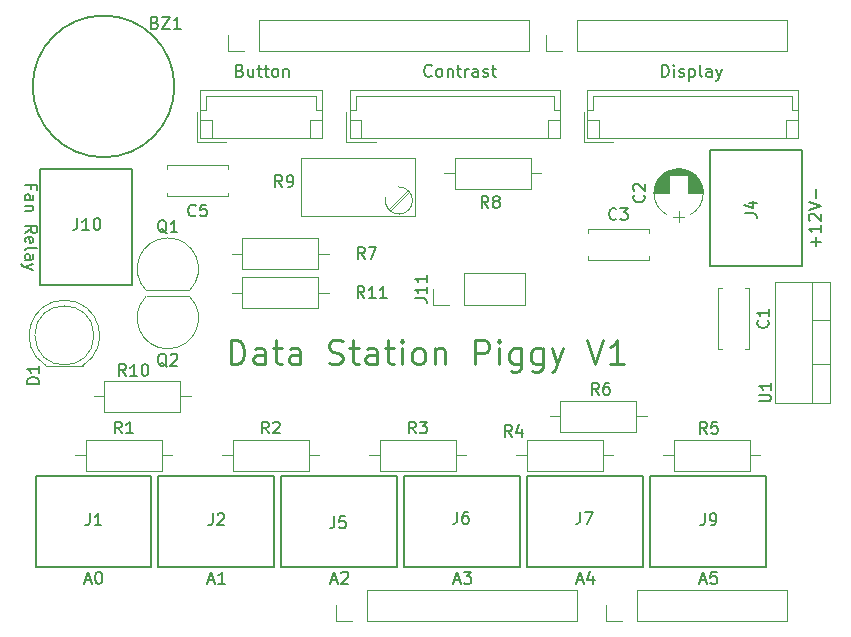
<source format=gbr>
G04 #@! TF.GenerationSoftware,KiCad,Pcbnew,(5.1.5)-3*
G04 #@! TF.CreationDate,2020-01-11T20:00:42-05:00*
G04 #@! TF.ProjectId,data_station_backpack,64617461-5f73-4746-9174-696f6e5f6261,rev?*
G04 #@! TF.SameCoordinates,Original*
G04 #@! TF.FileFunction,Legend,Top*
G04 #@! TF.FilePolarity,Positive*
%FSLAX46Y46*%
G04 Gerber Fmt 4.6, Leading zero omitted, Abs format (unit mm)*
G04 Created by KiCad (PCBNEW (5.1.5)-3) date 2020-01-11 20:00:42*
%MOMM*%
%LPD*%
G04 APERTURE LIST*
%ADD10C,0.254000*%
%ADD11C,0.152400*%
%ADD12C,0.120000*%
%ADD13C,0.127000*%
%ADD14C,0.150000*%
G04 APERTURE END LIST*
D10*
X128693333Y-103408238D02*
X128693333Y-101376238D01*
X129177142Y-101376238D01*
X129467428Y-101473000D01*
X129660952Y-101666523D01*
X129757714Y-101860047D01*
X129854476Y-102247095D01*
X129854476Y-102537380D01*
X129757714Y-102924428D01*
X129660952Y-103117952D01*
X129467428Y-103311476D01*
X129177142Y-103408238D01*
X128693333Y-103408238D01*
X131596190Y-103408238D02*
X131596190Y-102343857D01*
X131499428Y-102150333D01*
X131305904Y-102053571D01*
X130918857Y-102053571D01*
X130725333Y-102150333D01*
X131596190Y-103311476D02*
X131402666Y-103408238D01*
X130918857Y-103408238D01*
X130725333Y-103311476D01*
X130628571Y-103117952D01*
X130628571Y-102924428D01*
X130725333Y-102730904D01*
X130918857Y-102634142D01*
X131402666Y-102634142D01*
X131596190Y-102537380D01*
X132273523Y-102053571D02*
X133047619Y-102053571D01*
X132563809Y-101376238D02*
X132563809Y-103117952D01*
X132660571Y-103311476D01*
X132854095Y-103408238D01*
X133047619Y-103408238D01*
X134595809Y-103408238D02*
X134595809Y-102343857D01*
X134499047Y-102150333D01*
X134305523Y-102053571D01*
X133918476Y-102053571D01*
X133724952Y-102150333D01*
X134595809Y-103311476D02*
X134402285Y-103408238D01*
X133918476Y-103408238D01*
X133724952Y-103311476D01*
X133628190Y-103117952D01*
X133628190Y-102924428D01*
X133724952Y-102730904D01*
X133918476Y-102634142D01*
X134402285Y-102634142D01*
X134595809Y-102537380D01*
X137014857Y-103311476D02*
X137305142Y-103408238D01*
X137788952Y-103408238D01*
X137982476Y-103311476D01*
X138079238Y-103214714D01*
X138176000Y-103021190D01*
X138176000Y-102827666D01*
X138079238Y-102634142D01*
X137982476Y-102537380D01*
X137788952Y-102440619D01*
X137401904Y-102343857D01*
X137208380Y-102247095D01*
X137111619Y-102150333D01*
X137014857Y-101956809D01*
X137014857Y-101763285D01*
X137111619Y-101569761D01*
X137208380Y-101473000D01*
X137401904Y-101376238D01*
X137885714Y-101376238D01*
X138176000Y-101473000D01*
X138756571Y-102053571D02*
X139530666Y-102053571D01*
X139046857Y-101376238D02*
X139046857Y-103117952D01*
X139143619Y-103311476D01*
X139337142Y-103408238D01*
X139530666Y-103408238D01*
X141078857Y-103408238D02*
X141078857Y-102343857D01*
X140982095Y-102150333D01*
X140788571Y-102053571D01*
X140401523Y-102053571D01*
X140208000Y-102150333D01*
X141078857Y-103311476D02*
X140885333Y-103408238D01*
X140401523Y-103408238D01*
X140208000Y-103311476D01*
X140111238Y-103117952D01*
X140111238Y-102924428D01*
X140208000Y-102730904D01*
X140401523Y-102634142D01*
X140885333Y-102634142D01*
X141078857Y-102537380D01*
X141756190Y-102053571D02*
X142530285Y-102053571D01*
X142046476Y-101376238D02*
X142046476Y-103117952D01*
X142143238Y-103311476D01*
X142336761Y-103408238D01*
X142530285Y-103408238D01*
X143207619Y-103408238D02*
X143207619Y-102053571D01*
X143207619Y-101376238D02*
X143110857Y-101473000D01*
X143207619Y-101569761D01*
X143304380Y-101473000D01*
X143207619Y-101376238D01*
X143207619Y-101569761D01*
X144465523Y-103408238D02*
X144272000Y-103311476D01*
X144175238Y-103214714D01*
X144078476Y-103021190D01*
X144078476Y-102440619D01*
X144175238Y-102247095D01*
X144272000Y-102150333D01*
X144465523Y-102053571D01*
X144755809Y-102053571D01*
X144949333Y-102150333D01*
X145046095Y-102247095D01*
X145142857Y-102440619D01*
X145142857Y-103021190D01*
X145046095Y-103214714D01*
X144949333Y-103311476D01*
X144755809Y-103408238D01*
X144465523Y-103408238D01*
X146013714Y-102053571D02*
X146013714Y-103408238D01*
X146013714Y-102247095D02*
X146110476Y-102150333D01*
X146304000Y-102053571D01*
X146594285Y-102053571D01*
X146787809Y-102150333D01*
X146884571Y-102343857D01*
X146884571Y-103408238D01*
X149400380Y-103408238D02*
X149400380Y-101376238D01*
X150174476Y-101376238D01*
X150368000Y-101473000D01*
X150464761Y-101569761D01*
X150561523Y-101763285D01*
X150561523Y-102053571D01*
X150464761Y-102247095D01*
X150368000Y-102343857D01*
X150174476Y-102440619D01*
X149400380Y-102440619D01*
X151432380Y-103408238D02*
X151432380Y-102053571D01*
X151432380Y-101376238D02*
X151335619Y-101473000D01*
X151432380Y-101569761D01*
X151529142Y-101473000D01*
X151432380Y-101376238D01*
X151432380Y-101569761D01*
X153270857Y-102053571D02*
X153270857Y-103698523D01*
X153174095Y-103892047D01*
X153077333Y-103988809D01*
X152883809Y-104085571D01*
X152593523Y-104085571D01*
X152400000Y-103988809D01*
X153270857Y-103311476D02*
X153077333Y-103408238D01*
X152690285Y-103408238D01*
X152496761Y-103311476D01*
X152400000Y-103214714D01*
X152303238Y-103021190D01*
X152303238Y-102440619D01*
X152400000Y-102247095D01*
X152496761Y-102150333D01*
X152690285Y-102053571D01*
X153077333Y-102053571D01*
X153270857Y-102150333D01*
X155109333Y-102053571D02*
X155109333Y-103698523D01*
X155012571Y-103892047D01*
X154915809Y-103988809D01*
X154722285Y-104085571D01*
X154432000Y-104085571D01*
X154238476Y-103988809D01*
X155109333Y-103311476D02*
X154915809Y-103408238D01*
X154528761Y-103408238D01*
X154335238Y-103311476D01*
X154238476Y-103214714D01*
X154141714Y-103021190D01*
X154141714Y-102440619D01*
X154238476Y-102247095D01*
X154335238Y-102150333D01*
X154528761Y-102053571D01*
X154915809Y-102053571D01*
X155109333Y-102150333D01*
X155883428Y-102053571D02*
X156367238Y-103408238D01*
X156851047Y-102053571D02*
X156367238Y-103408238D01*
X156173714Y-103892047D01*
X156076952Y-103988809D01*
X155883428Y-104085571D01*
X158883047Y-101376238D02*
X159560380Y-103408238D01*
X160237714Y-101376238D01*
X161979428Y-103408238D02*
X160818285Y-103408238D01*
X161398857Y-103408238D02*
X161398857Y-101376238D01*
X161205333Y-101666523D01*
X161011809Y-101860047D01*
X160818285Y-101956809D01*
D11*
X168438285Y-121708333D02*
X168922095Y-121708333D01*
X168341523Y-121998619D02*
X168680190Y-120982619D01*
X169018857Y-121998619D01*
X169841333Y-120982619D02*
X169357523Y-120982619D01*
X169309142Y-121466428D01*
X169357523Y-121418047D01*
X169454285Y-121369666D01*
X169696190Y-121369666D01*
X169792952Y-121418047D01*
X169841333Y-121466428D01*
X169889714Y-121563190D01*
X169889714Y-121805095D01*
X169841333Y-121901857D01*
X169792952Y-121950238D01*
X169696190Y-121998619D01*
X169454285Y-121998619D01*
X169357523Y-121950238D01*
X169309142Y-121901857D01*
X158024285Y-121708333D02*
X158508095Y-121708333D01*
X157927523Y-121998619D02*
X158266190Y-120982619D01*
X158604857Y-121998619D01*
X159378952Y-121321285D02*
X159378952Y-121998619D01*
X159137047Y-120934238D02*
X158895142Y-121659952D01*
X159524095Y-121659952D01*
X147610285Y-121708333D02*
X148094095Y-121708333D01*
X147513523Y-121998619D02*
X147852190Y-120982619D01*
X148190857Y-121998619D01*
X148432761Y-120982619D02*
X149061714Y-120982619D01*
X148723047Y-121369666D01*
X148868190Y-121369666D01*
X148964952Y-121418047D01*
X149013333Y-121466428D01*
X149061714Y-121563190D01*
X149061714Y-121805095D01*
X149013333Y-121901857D01*
X148964952Y-121950238D01*
X148868190Y-121998619D01*
X148577904Y-121998619D01*
X148481142Y-121950238D01*
X148432761Y-121901857D01*
X137196285Y-121708333D02*
X137680095Y-121708333D01*
X137099523Y-121998619D02*
X137438190Y-120982619D01*
X137776857Y-121998619D01*
X138067142Y-121079380D02*
X138115523Y-121031000D01*
X138212285Y-120982619D01*
X138454190Y-120982619D01*
X138550952Y-121031000D01*
X138599333Y-121079380D01*
X138647714Y-121176142D01*
X138647714Y-121272904D01*
X138599333Y-121418047D01*
X138018761Y-121998619D01*
X138647714Y-121998619D01*
X126782285Y-121708333D02*
X127266095Y-121708333D01*
X126685523Y-121998619D02*
X127024190Y-120982619D01*
X127362857Y-121998619D01*
X128233714Y-121998619D02*
X127653142Y-121998619D01*
X127943428Y-121998619D02*
X127943428Y-120982619D01*
X127846666Y-121127761D01*
X127749904Y-121224523D01*
X127653142Y-121272904D01*
X116368285Y-121708333D02*
X116852095Y-121708333D01*
X116271523Y-121998619D02*
X116610190Y-120982619D01*
X116948857Y-121998619D01*
X117481047Y-120982619D02*
X117577809Y-120982619D01*
X117674571Y-121031000D01*
X117722952Y-121079380D01*
X117771333Y-121176142D01*
X117819714Y-121369666D01*
X117819714Y-121611571D01*
X117771333Y-121805095D01*
X117722952Y-121901857D01*
X117674571Y-121950238D01*
X117577809Y-121998619D01*
X117481047Y-121998619D01*
X117384285Y-121950238D01*
X117335904Y-121901857D01*
X117287523Y-121805095D01*
X117239142Y-121611571D01*
X117239142Y-121369666D01*
X117287523Y-121176142D01*
X117335904Y-121079380D01*
X117384285Y-121031000D01*
X117481047Y-120982619D01*
X111832571Y-88540166D02*
X111832571Y-88201500D01*
X111300380Y-88201500D02*
X112316380Y-88201500D01*
X112316380Y-88685309D01*
X111300380Y-89507785D02*
X111832571Y-89507785D01*
X111929333Y-89459404D01*
X111977714Y-89362642D01*
X111977714Y-89169119D01*
X111929333Y-89072357D01*
X111348761Y-89507785D02*
X111300380Y-89411023D01*
X111300380Y-89169119D01*
X111348761Y-89072357D01*
X111445523Y-89023976D01*
X111542285Y-89023976D01*
X111639047Y-89072357D01*
X111687428Y-89169119D01*
X111687428Y-89411023D01*
X111735809Y-89507785D01*
X111977714Y-89991595D02*
X111300380Y-89991595D01*
X111880952Y-89991595D02*
X111929333Y-90039976D01*
X111977714Y-90136738D01*
X111977714Y-90281880D01*
X111929333Y-90378642D01*
X111832571Y-90427023D01*
X111300380Y-90427023D01*
X111300380Y-92265500D02*
X111784190Y-91926833D01*
X111300380Y-91684928D02*
X112316380Y-91684928D01*
X112316380Y-92071976D01*
X112268000Y-92168738D01*
X112219619Y-92217119D01*
X112122857Y-92265500D01*
X111977714Y-92265500D01*
X111880952Y-92217119D01*
X111832571Y-92168738D01*
X111784190Y-92071976D01*
X111784190Y-91684928D01*
X111348761Y-93087976D02*
X111300380Y-92991214D01*
X111300380Y-92797690D01*
X111348761Y-92700928D01*
X111445523Y-92652547D01*
X111832571Y-92652547D01*
X111929333Y-92700928D01*
X111977714Y-92797690D01*
X111977714Y-92991214D01*
X111929333Y-93087976D01*
X111832571Y-93136357D01*
X111735809Y-93136357D01*
X111639047Y-92652547D01*
X111300380Y-93716928D02*
X111348761Y-93620166D01*
X111445523Y-93571785D01*
X112316380Y-93571785D01*
X111300380Y-94539404D02*
X111832571Y-94539404D01*
X111929333Y-94491023D01*
X111977714Y-94394261D01*
X111977714Y-94200738D01*
X111929333Y-94103976D01*
X111348761Y-94539404D02*
X111300380Y-94442642D01*
X111300380Y-94200738D01*
X111348761Y-94103976D01*
X111445523Y-94055595D01*
X111542285Y-94055595D01*
X111639047Y-94103976D01*
X111687428Y-94200738D01*
X111687428Y-94442642D01*
X111735809Y-94539404D01*
X111977714Y-94926452D02*
X111300380Y-95168357D01*
X111977714Y-95410261D02*
X111300380Y-95168357D01*
X111058476Y-95071595D01*
X111010095Y-95023214D01*
X110961714Y-94926452D01*
X178253571Y-93414547D02*
X178253571Y-92640452D01*
X178640619Y-93027500D02*
X177866523Y-93027500D01*
X178640619Y-91624452D02*
X178640619Y-92205023D01*
X178640619Y-91914738D02*
X177624619Y-91914738D01*
X177769761Y-92011500D01*
X177866523Y-92108261D01*
X177914904Y-92205023D01*
X177721380Y-91237404D02*
X177673000Y-91189023D01*
X177624619Y-91092261D01*
X177624619Y-90850357D01*
X177673000Y-90753595D01*
X177721380Y-90705214D01*
X177818142Y-90656833D01*
X177914904Y-90656833D01*
X178060047Y-90705214D01*
X178640619Y-91285785D01*
X178640619Y-90656833D01*
X177624619Y-90366547D02*
X178640619Y-90027880D01*
X177624619Y-89689214D01*
X178253571Y-89350547D02*
X178253571Y-88576452D01*
X129494642Y-78540428D02*
X129639785Y-78588809D01*
X129688166Y-78637190D01*
X129736547Y-78733952D01*
X129736547Y-78879095D01*
X129688166Y-78975857D01*
X129639785Y-79024238D01*
X129543023Y-79072619D01*
X129155976Y-79072619D01*
X129155976Y-78056619D01*
X129494642Y-78056619D01*
X129591404Y-78105000D01*
X129639785Y-78153380D01*
X129688166Y-78250142D01*
X129688166Y-78346904D01*
X129639785Y-78443666D01*
X129591404Y-78492047D01*
X129494642Y-78540428D01*
X129155976Y-78540428D01*
X130607404Y-78395285D02*
X130607404Y-79072619D01*
X130171976Y-78395285D02*
X130171976Y-78927476D01*
X130220357Y-79024238D01*
X130317119Y-79072619D01*
X130462261Y-79072619D01*
X130559023Y-79024238D01*
X130607404Y-78975857D01*
X130946071Y-78395285D02*
X131333119Y-78395285D01*
X131091214Y-78056619D02*
X131091214Y-78927476D01*
X131139595Y-79024238D01*
X131236357Y-79072619D01*
X131333119Y-79072619D01*
X131526642Y-78395285D02*
X131913690Y-78395285D01*
X131671785Y-78056619D02*
X131671785Y-78927476D01*
X131720166Y-79024238D01*
X131816928Y-79072619D01*
X131913690Y-79072619D01*
X132397500Y-79072619D02*
X132300738Y-79024238D01*
X132252357Y-78975857D01*
X132203976Y-78879095D01*
X132203976Y-78588809D01*
X132252357Y-78492047D01*
X132300738Y-78443666D01*
X132397500Y-78395285D01*
X132542642Y-78395285D01*
X132639404Y-78443666D01*
X132687785Y-78492047D01*
X132736166Y-78588809D01*
X132736166Y-78879095D01*
X132687785Y-78975857D01*
X132639404Y-79024238D01*
X132542642Y-79072619D01*
X132397500Y-79072619D01*
X133171595Y-78395285D02*
X133171595Y-79072619D01*
X133171595Y-78492047D02*
X133219976Y-78443666D01*
X133316738Y-78395285D01*
X133461880Y-78395285D01*
X133558642Y-78443666D01*
X133607023Y-78540428D01*
X133607023Y-79072619D01*
X145711333Y-78975857D02*
X145662952Y-79024238D01*
X145517809Y-79072619D01*
X145421047Y-79072619D01*
X145275904Y-79024238D01*
X145179142Y-78927476D01*
X145130761Y-78830714D01*
X145082380Y-78637190D01*
X145082380Y-78492047D01*
X145130761Y-78298523D01*
X145179142Y-78201761D01*
X145275904Y-78105000D01*
X145421047Y-78056619D01*
X145517809Y-78056619D01*
X145662952Y-78105000D01*
X145711333Y-78153380D01*
X146291904Y-79072619D02*
X146195142Y-79024238D01*
X146146761Y-78975857D01*
X146098380Y-78879095D01*
X146098380Y-78588809D01*
X146146761Y-78492047D01*
X146195142Y-78443666D01*
X146291904Y-78395285D01*
X146437047Y-78395285D01*
X146533809Y-78443666D01*
X146582190Y-78492047D01*
X146630571Y-78588809D01*
X146630571Y-78879095D01*
X146582190Y-78975857D01*
X146533809Y-79024238D01*
X146437047Y-79072619D01*
X146291904Y-79072619D01*
X147066000Y-78395285D02*
X147066000Y-79072619D01*
X147066000Y-78492047D02*
X147114380Y-78443666D01*
X147211142Y-78395285D01*
X147356285Y-78395285D01*
X147453047Y-78443666D01*
X147501428Y-78540428D01*
X147501428Y-79072619D01*
X147840095Y-78395285D02*
X148227142Y-78395285D01*
X147985238Y-78056619D02*
X147985238Y-78927476D01*
X148033619Y-79024238D01*
X148130380Y-79072619D01*
X148227142Y-79072619D01*
X148565809Y-79072619D02*
X148565809Y-78395285D01*
X148565809Y-78588809D02*
X148614190Y-78492047D01*
X148662571Y-78443666D01*
X148759333Y-78395285D01*
X148856095Y-78395285D01*
X149630190Y-79072619D02*
X149630190Y-78540428D01*
X149581809Y-78443666D01*
X149485047Y-78395285D01*
X149291523Y-78395285D01*
X149194761Y-78443666D01*
X149630190Y-79024238D02*
X149533428Y-79072619D01*
X149291523Y-79072619D01*
X149194761Y-79024238D01*
X149146380Y-78927476D01*
X149146380Y-78830714D01*
X149194761Y-78733952D01*
X149291523Y-78685571D01*
X149533428Y-78685571D01*
X149630190Y-78637190D01*
X150065619Y-79024238D02*
X150162380Y-79072619D01*
X150355904Y-79072619D01*
X150452666Y-79024238D01*
X150501047Y-78927476D01*
X150501047Y-78879095D01*
X150452666Y-78782333D01*
X150355904Y-78733952D01*
X150210761Y-78733952D01*
X150114000Y-78685571D01*
X150065619Y-78588809D01*
X150065619Y-78540428D01*
X150114000Y-78443666D01*
X150210761Y-78395285D01*
X150355904Y-78395285D01*
X150452666Y-78443666D01*
X150791333Y-78395285D02*
X151178380Y-78395285D01*
X150936476Y-78056619D02*
X150936476Y-78927476D01*
X150984857Y-79024238D01*
X151081619Y-79072619D01*
X151178380Y-79072619D01*
X165211880Y-79072619D02*
X165211880Y-78056619D01*
X165453785Y-78056619D01*
X165598928Y-78105000D01*
X165695690Y-78201761D01*
X165744071Y-78298523D01*
X165792452Y-78492047D01*
X165792452Y-78637190D01*
X165744071Y-78830714D01*
X165695690Y-78927476D01*
X165598928Y-79024238D01*
X165453785Y-79072619D01*
X165211880Y-79072619D01*
X166227880Y-79072619D02*
X166227880Y-78395285D01*
X166227880Y-78056619D02*
X166179500Y-78105000D01*
X166227880Y-78153380D01*
X166276261Y-78105000D01*
X166227880Y-78056619D01*
X166227880Y-78153380D01*
X166663309Y-79024238D02*
X166760071Y-79072619D01*
X166953595Y-79072619D01*
X167050357Y-79024238D01*
X167098738Y-78927476D01*
X167098738Y-78879095D01*
X167050357Y-78782333D01*
X166953595Y-78733952D01*
X166808452Y-78733952D01*
X166711690Y-78685571D01*
X166663309Y-78588809D01*
X166663309Y-78540428D01*
X166711690Y-78443666D01*
X166808452Y-78395285D01*
X166953595Y-78395285D01*
X167050357Y-78443666D01*
X167534166Y-78395285D02*
X167534166Y-79411285D01*
X167534166Y-78443666D02*
X167630928Y-78395285D01*
X167824452Y-78395285D01*
X167921214Y-78443666D01*
X167969595Y-78492047D01*
X168017976Y-78588809D01*
X168017976Y-78879095D01*
X167969595Y-78975857D01*
X167921214Y-79024238D01*
X167824452Y-79072619D01*
X167630928Y-79072619D01*
X167534166Y-79024238D01*
X168598547Y-79072619D02*
X168501785Y-79024238D01*
X168453404Y-78927476D01*
X168453404Y-78056619D01*
X169421023Y-79072619D02*
X169421023Y-78540428D01*
X169372642Y-78443666D01*
X169275880Y-78395285D01*
X169082357Y-78395285D01*
X168985595Y-78443666D01*
X169421023Y-79024238D02*
X169324261Y-79072619D01*
X169082357Y-79072619D01*
X168985595Y-79024238D01*
X168937214Y-78927476D01*
X168937214Y-78830714D01*
X168985595Y-78733952D01*
X169082357Y-78685571D01*
X169324261Y-78685571D01*
X169421023Y-78637190D01*
X169808071Y-78395285D02*
X170049976Y-79072619D01*
X170291880Y-78395285D02*
X170049976Y-79072619D01*
X169953214Y-79314523D01*
X169904833Y-79362904D01*
X169808071Y-79411285D01*
D12*
X155388000Y-76895000D02*
X155388000Y-75565000D01*
X156718000Y-76895000D02*
X155388000Y-76895000D01*
X157988000Y-76895000D02*
X157988000Y-74235000D01*
X157988000Y-74235000D02*
X175828000Y-74235000D01*
X157988000Y-76895000D02*
X175828000Y-76895000D01*
X175828000Y-76895000D02*
X175828000Y-74235000D01*
X143677000Y-88667000D02*
X142065000Y-90277000D01*
X143817000Y-88808000D02*
X142206000Y-90418000D01*
X144271000Y-85922000D02*
X144271000Y-90873000D01*
X134621000Y-85922000D02*
X134621000Y-90873000D01*
X134621000Y-90873000D02*
X144271000Y-90873000D01*
X134621000Y-85922000D02*
X144271000Y-85922000D01*
X142961121Y-90696052D02*
G75*
G02X141812000Y-89302000I-20121J1154052D01*
G01*
X142900691Y-88387704D02*
G75*
G02X142941000Y-90697000I40309J-1154296D01*
G01*
X170263500Y-102088000D02*
X169949500Y-102088000D01*
X172569500Y-102088000D02*
X172255500Y-102088000D01*
X170263500Y-96968000D02*
X169949500Y-96968000D01*
X172569500Y-96968000D02*
X172255500Y-96968000D01*
X169949500Y-96968000D02*
X169949500Y-102088000D01*
X172569500Y-96968000D02*
X172569500Y-102088000D01*
X166174000Y-90912000D02*
X167074000Y-90912000D01*
X166624000Y-91362000D02*
X166624000Y-90462000D01*
X166459000Y-86831000D02*
X166789000Y-86831000D01*
X166209000Y-86871000D02*
X167039000Y-86871000D01*
X166057000Y-86911000D02*
X167191000Y-86911000D01*
X165938000Y-86951000D02*
X167310000Y-86951000D01*
X165838000Y-86991000D02*
X167410000Y-86991000D01*
X165750000Y-87031000D02*
X167498000Y-87031000D01*
X165672000Y-87071000D02*
X167576000Y-87071000D01*
X165601000Y-87111000D02*
X167647000Y-87111000D01*
X165536000Y-87151000D02*
X167712000Y-87151000D01*
X165476000Y-87191000D02*
X167772000Y-87191000D01*
X165420000Y-87231000D02*
X167828000Y-87231000D01*
X165368000Y-87271000D02*
X167880000Y-87271000D01*
X165319000Y-87311000D02*
X167929000Y-87311000D01*
X165273000Y-87351000D02*
X167975000Y-87351000D01*
X167404000Y-87391000D02*
X168019000Y-87391000D01*
X165229000Y-87391000D02*
X165844000Y-87391000D01*
X167404000Y-87431000D02*
X168060000Y-87431000D01*
X165188000Y-87431000D02*
X165844000Y-87431000D01*
X167404000Y-87471000D02*
X168099000Y-87471000D01*
X165149000Y-87471000D02*
X165844000Y-87471000D01*
X167404000Y-87511000D02*
X168136000Y-87511000D01*
X165112000Y-87511000D02*
X165844000Y-87511000D01*
X167404000Y-87551000D02*
X168171000Y-87551000D01*
X165077000Y-87551000D02*
X165844000Y-87551000D01*
X167404000Y-87591000D02*
X168205000Y-87591000D01*
X165043000Y-87591000D02*
X165844000Y-87591000D01*
X167404000Y-87631000D02*
X168237000Y-87631000D01*
X165011000Y-87631000D02*
X165844000Y-87631000D01*
X167404000Y-87671000D02*
X168267000Y-87671000D01*
X164981000Y-87671000D02*
X165844000Y-87671000D01*
X167404000Y-87711000D02*
X168296000Y-87711000D01*
X164952000Y-87711000D02*
X165844000Y-87711000D01*
X167404000Y-87751000D02*
X168323000Y-87751000D01*
X164925000Y-87751000D02*
X165844000Y-87751000D01*
X167404000Y-87791000D02*
X168349000Y-87791000D01*
X164899000Y-87791000D02*
X165844000Y-87791000D01*
X167404000Y-87831000D02*
X168374000Y-87831000D01*
X164874000Y-87831000D02*
X165844000Y-87831000D01*
X167404000Y-87871000D02*
X168397000Y-87871000D01*
X164851000Y-87871000D02*
X165844000Y-87871000D01*
X167404000Y-87911000D02*
X168420000Y-87911000D01*
X164828000Y-87911000D02*
X165844000Y-87911000D01*
X167404000Y-87951000D02*
X168441000Y-87951000D01*
X164807000Y-87951000D02*
X165844000Y-87951000D01*
X167404000Y-87991000D02*
X168461000Y-87991000D01*
X164787000Y-87991000D02*
X165844000Y-87991000D01*
X167404000Y-88031000D02*
X168480000Y-88031000D01*
X164768000Y-88031000D02*
X165844000Y-88031000D01*
X167404000Y-88071000D02*
X168498000Y-88071000D01*
X164750000Y-88071000D02*
X165844000Y-88071000D01*
X167404000Y-88111000D02*
X168515000Y-88111000D01*
X164733000Y-88111000D02*
X165844000Y-88111000D01*
X167404000Y-88151000D02*
X168531000Y-88151000D01*
X164717000Y-88151000D02*
X165844000Y-88151000D01*
X167404000Y-88191000D02*
X168547000Y-88191000D01*
X164701000Y-88191000D02*
X165844000Y-88191000D01*
X167404000Y-88232000D02*
X168561000Y-88232000D01*
X164687000Y-88232000D02*
X165844000Y-88232000D01*
X167404000Y-88272000D02*
X168574000Y-88272000D01*
X164674000Y-88272000D02*
X165844000Y-88272000D01*
X167404000Y-88312000D02*
X168587000Y-88312000D01*
X164661000Y-88312000D02*
X165844000Y-88312000D01*
X167404000Y-88352000D02*
X168598000Y-88352000D01*
X164650000Y-88352000D02*
X165844000Y-88352000D01*
X167404000Y-88392000D02*
X168609000Y-88392000D01*
X164639000Y-88392000D02*
X165844000Y-88392000D01*
X167404000Y-88432000D02*
X168619000Y-88432000D01*
X164629000Y-88432000D02*
X165844000Y-88432000D01*
X167404000Y-88472000D02*
X168628000Y-88472000D01*
X164620000Y-88472000D02*
X165844000Y-88472000D01*
X167404000Y-88512000D02*
X168636000Y-88512000D01*
X164612000Y-88512000D02*
X165844000Y-88512000D01*
X167404000Y-88552000D02*
X168643000Y-88552000D01*
X164605000Y-88552000D02*
X165844000Y-88552000D01*
X167404000Y-88592000D02*
X168650000Y-88592000D01*
X164598000Y-88592000D02*
X165844000Y-88592000D01*
X167404000Y-88632000D02*
X168656000Y-88632000D01*
X164592000Y-88632000D02*
X165844000Y-88632000D01*
X167404000Y-88672000D02*
X168661000Y-88672000D01*
X164587000Y-88672000D02*
X165844000Y-88672000D01*
X167404000Y-88712000D02*
X168665000Y-88712000D01*
X164583000Y-88712000D02*
X165844000Y-88712000D01*
X167404000Y-88752000D02*
X168668000Y-88752000D01*
X164580000Y-88752000D02*
X165844000Y-88752000D01*
X167404000Y-88792000D02*
X168671000Y-88792000D01*
X164577000Y-88792000D02*
X165844000Y-88792000D01*
X167404000Y-88832000D02*
X168673000Y-88832000D01*
X164575000Y-88832000D02*
X165844000Y-88832000D01*
X167404000Y-88872000D02*
X168674000Y-88872000D01*
X164574000Y-88872000D02*
X165844000Y-88872000D01*
X164574000Y-88912000D02*
X165844000Y-88912000D01*
X167404000Y-88912000D02*
X168674000Y-88912000D01*
X167603170Y-87065564D02*
G75*
G03X165644000Y-87066004I-979170J-1846436D01*
G01*
X167603170Y-87065564D02*
G75*
G02X167604000Y-90757996I-979170J-1846436D01*
G01*
X165644830Y-87065564D02*
G75*
G03X165644000Y-90757996I979170J-1846436D01*
G01*
X164080500Y-94277500D02*
X164080500Y-94591500D01*
X164080500Y-91971500D02*
X164080500Y-92285500D01*
X158960500Y-94277500D02*
X158960500Y-94591500D01*
X158960500Y-91971500D02*
X158960500Y-92285500D01*
X158960500Y-94591500D02*
X164080500Y-94591500D01*
X158960500Y-91971500D02*
X164080500Y-91971500D01*
X123337000Y-86888000D02*
X123337000Y-86574000D01*
X123337000Y-89194000D02*
X123337000Y-88880000D01*
X128457000Y-86888000D02*
X128457000Y-86574000D01*
X128457000Y-89194000D02*
X128457000Y-88880000D01*
X128457000Y-86574000D02*
X123337000Y-86574000D01*
X128457000Y-89194000D02*
X123337000Y-89194000D01*
X113072500Y-103525000D02*
X116162500Y-103525000D01*
X117117500Y-100965000D02*
G75*
G03X117117500Y-100965000I-2500000J0D01*
G01*
X114617038Y-97975000D02*
G75*
G02X116162330Y-103525000I462J-2990000D01*
G01*
X114617962Y-97975000D02*
G75*
G03X113072670Y-103525000I-462J-2990000D01*
G01*
X116424000Y-109815000D02*
X116424000Y-112435000D01*
X116424000Y-112435000D02*
X122844000Y-112435000D01*
X122844000Y-112435000D02*
X122844000Y-109815000D01*
X122844000Y-109815000D02*
X116424000Y-109815000D01*
X115534000Y-111125000D02*
X116424000Y-111125000D01*
X123734000Y-111125000D02*
X122844000Y-111125000D01*
X128870000Y-109815000D02*
X128870000Y-112435000D01*
X128870000Y-112435000D02*
X135290000Y-112435000D01*
X135290000Y-112435000D02*
X135290000Y-109815000D01*
X135290000Y-109815000D02*
X128870000Y-109815000D01*
X127980000Y-111125000D02*
X128870000Y-111125000D01*
X136180000Y-111125000D02*
X135290000Y-111125000D01*
X148626000Y-111125000D02*
X147736000Y-111125000D01*
X140426000Y-111125000D02*
X141316000Y-111125000D01*
X147736000Y-109815000D02*
X141316000Y-109815000D01*
X147736000Y-112435000D02*
X147736000Y-109815000D01*
X141316000Y-112435000D02*
X147736000Y-112435000D01*
X141316000Y-109815000D02*
X141316000Y-112435000D01*
X153762000Y-109815000D02*
X153762000Y-112435000D01*
X153762000Y-112435000D02*
X160182000Y-112435000D01*
X160182000Y-112435000D02*
X160182000Y-109815000D01*
X160182000Y-109815000D02*
X153762000Y-109815000D01*
X152872000Y-111125000D02*
X153762000Y-111125000D01*
X161072000Y-111125000D02*
X160182000Y-111125000D01*
X173518000Y-111125000D02*
X172628000Y-111125000D01*
X165318000Y-111125000D02*
X166208000Y-111125000D01*
X172628000Y-109815000D02*
X166208000Y-109815000D01*
X172628000Y-112435000D02*
X172628000Y-109815000D01*
X166208000Y-112435000D02*
X172628000Y-112435000D01*
X166208000Y-109815000D02*
X166208000Y-112435000D01*
X156619500Y-106513000D02*
X156619500Y-109133000D01*
X156619500Y-109133000D02*
X163039500Y-109133000D01*
X163039500Y-109133000D02*
X163039500Y-106513000D01*
X163039500Y-106513000D02*
X156619500Y-106513000D01*
X155729500Y-107823000D02*
X156619500Y-107823000D01*
X163929500Y-107823000D02*
X163039500Y-107823000D01*
X137005500Y-94043500D02*
X136115500Y-94043500D01*
X128805500Y-94043500D02*
X129695500Y-94043500D01*
X136115500Y-92733500D02*
X129695500Y-92733500D01*
X136115500Y-95353500D02*
X136115500Y-92733500D01*
X129695500Y-95353500D02*
X136115500Y-95353500D01*
X129695500Y-92733500D02*
X129695500Y-95353500D01*
X147666000Y-85939000D02*
X147666000Y-88559000D01*
X147666000Y-88559000D02*
X154086000Y-88559000D01*
X154086000Y-88559000D02*
X154086000Y-85939000D01*
X154086000Y-85939000D02*
X147666000Y-85939000D01*
X146776000Y-87249000D02*
X147666000Y-87249000D01*
X154976000Y-87249000D02*
X154086000Y-87249000D01*
X117121500Y-106108500D02*
X118011500Y-106108500D01*
X125321500Y-106108500D02*
X124431500Y-106108500D01*
X118011500Y-107418500D02*
X124431500Y-107418500D01*
X118011500Y-104798500D02*
X118011500Y-107418500D01*
X124431500Y-104798500D02*
X118011500Y-104798500D01*
X124431500Y-107418500D02*
X124431500Y-104798500D01*
X137005500Y-97345500D02*
X136115500Y-97345500D01*
X128805500Y-97345500D02*
X129695500Y-97345500D01*
X136115500Y-96035500D02*
X129695500Y-96035500D01*
X136115500Y-98655500D02*
X136115500Y-96035500D01*
X129695500Y-98655500D02*
X136115500Y-98655500D01*
X129695500Y-96035500D02*
X129695500Y-98655500D01*
X179467500Y-103387500D02*
X177957500Y-103387500D01*
X179467500Y-99686500D02*
X177957500Y-99686500D01*
X177957500Y-96416500D02*
X177957500Y-106656500D01*
X179467500Y-106656500D02*
X174826500Y-106656500D01*
X179467500Y-96416500D02*
X174826500Y-96416500D01*
X174826500Y-96416500D02*
X174826500Y-106656500D01*
X179467500Y-96416500D02*
X179467500Y-106656500D01*
D13*
X123931000Y-79883000D02*
G75*
G03X123931000Y-79883000I-6000000J0D01*
G01*
X121994000Y-112838000D02*
X121994000Y-120588000D01*
X121994000Y-120588000D02*
X112194000Y-120588000D01*
X112194000Y-120588000D02*
X112194000Y-112838000D01*
X112194000Y-112838000D02*
X121994000Y-112838000D01*
X132368000Y-112838000D02*
X132368000Y-120588000D01*
X132368000Y-120588000D02*
X122568000Y-120588000D01*
X122568000Y-120588000D02*
X122568000Y-112838000D01*
X122568000Y-112838000D02*
X132368000Y-112838000D01*
D12*
X138774000Y-80165000D02*
X138774000Y-84265000D01*
X138774000Y-84265000D02*
X156574000Y-84265000D01*
X156574000Y-84265000D02*
X156574000Y-80165000D01*
X156574000Y-80165000D02*
X138774000Y-80165000D01*
X138774000Y-81915000D02*
X139274000Y-81915000D01*
X139274000Y-81915000D02*
X139274000Y-80665000D01*
X139274000Y-80665000D02*
X156074000Y-80665000D01*
X156074000Y-80665000D02*
X156074000Y-81915000D01*
X156074000Y-81915000D02*
X156574000Y-81915000D01*
X138774000Y-82765000D02*
X139774000Y-82765000D01*
X139774000Y-82765000D02*
X139774000Y-84265000D01*
X156574000Y-82765000D02*
X155574000Y-82765000D01*
X155574000Y-82765000D02*
X155574000Y-84265000D01*
X138474000Y-82065000D02*
X138474000Y-84565000D01*
X138474000Y-84565000D02*
X140974000Y-84565000D01*
D13*
X132982000Y-112838000D02*
X142782000Y-112838000D01*
X132982000Y-120588000D02*
X132982000Y-112838000D01*
X142782000Y-120588000D02*
X132982000Y-120588000D01*
X142782000Y-112838000D02*
X142782000Y-120588000D01*
X153196000Y-112838000D02*
X153196000Y-120588000D01*
X153196000Y-120588000D02*
X143396000Y-120588000D01*
X143396000Y-120588000D02*
X143396000Y-112838000D01*
X143396000Y-112838000D02*
X153196000Y-112838000D01*
X153810000Y-112838000D02*
X163610000Y-112838000D01*
X153810000Y-120588000D02*
X153810000Y-112838000D01*
X163610000Y-120588000D02*
X153810000Y-120588000D01*
X163610000Y-112838000D02*
X163610000Y-120588000D01*
D12*
X158594000Y-84565000D02*
X161094000Y-84565000D01*
X158594000Y-82065000D02*
X158594000Y-84565000D01*
X175694000Y-82765000D02*
X175694000Y-84265000D01*
X176694000Y-82765000D02*
X175694000Y-82765000D01*
X159894000Y-82765000D02*
X159894000Y-84265000D01*
X158894000Y-82765000D02*
X159894000Y-82765000D01*
X176194000Y-81915000D02*
X176694000Y-81915000D01*
X176194000Y-80665000D02*
X176194000Y-81915000D01*
X159394000Y-80665000D02*
X176194000Y-80665000D01*
X159394000Y-81915000D02*
X159394000Y-80665000D01*
X158894000Y-81915000D02*
X159394000Y-81915000D01*
X176694000Y-80165000D02*
X158894000Y-80165000D01*
X176694000Y-84265000D02*
X176694000Y-80165000D01*
X158894000Y-84265000D02*
X176694000Y-84265000D01*
X158894000Y-80165000D02*
X158894000Y-84265000D01*
D13*
X174024000Y-112838000D02*
X174024000Y-120588000D01*
X174024000Y-120588000D02*
X164224000Y-120588000D01*
X164224000Y-120588000D02*
X164224000Y-112838000D01*
X164224000Y-112838000D02*
X174024000Y-112838000D01*
X120334000Y-86897500D02*
X120334000Y-96697500D01*
X112584000Y-86897500D02*
X120334000Y-86897500D01*
X112584000Y-96697500D02*
X112584000Y-86897500D01*
X120334000Y-96697500D02*
X112584000Y-96697500D01*
D12*
X125828000Y-84565000D02*
X128328000Y-84565000D01*
X125828000Y-82065000D02*
X125828000Y-84565000D01*
X135428000Y-82765000D02*
X135428000Y-84265000D01*
X136428000Y-82765000D02*
X135428000Y-82765000D01*
X127128000Y-82765000D02*
X127128000Y-84265000D01*
X126128000Y-82765000D02*
X127128000Y-82765000D01*
X135928000Y-81915000D02*
X136428000Y-81915000D01*
X135928000Y-80665000D02*
X135928000Y-81915000D01*
X126628000Y-80665000D02*
X135928000Y-80665000D01*
X126628000Y-81915000D02*
X126628000Y-80665000D01*
X126128000Y-81915000D02*
X126628000Y-81915000D01*
X136428000Y-80165000D02*
X126128000Y-80165000D01*
X136428000Y-84265000D02*
X136428000Y-80165000D01*
X126128000Y-84265000D02*
X136428000Y-84265000D01*
X126128000Y-80165000D02*
X126128000Y-84265000D01*
X145863000Y-98358000D02*
X145863000Y-97028000D01*
X147193000Y-98358000D02*
X145863000Y-98358000D01*
X148463000Y-98358000D02*
X148463000Y-95698000D01*
X148463000Y-95698000D02*
X153603000Y-95698000D01*
X148463000Y-98358000D02*
X153603000Y-98358000D01*
X153603000Y-98358000D02*
X153603000Y-95698000D01*
X160468000Y-125155000D02*
X160468000Y-123825000D01*
X161798000Y-125155000D02*
X160468000Y-125155000D01*
X163068000Y-125155000D02*
X163068000Y-122495000D01*
X163068000Y-122495000D02*
X175828000Y-122495000D01*
X163068000Y-125155000D02*
X175828000Y-125155000D01*
X175828000Y-125155000D02*
X175828000Y-122495000D01*
X158048000Y-125155000D02*
X158048000Y-122495000D01*
X140208000Y-125155000D02*
X158048000Y-125155000D01*
X140208000Y-122495000D02*
X158048000Y-122495000D01*
X140208000Y-125155000D02*
X140208000Y-122495000D01*
X138938000Y-125155000D02*
X137608000Y-125155000D01*
X137608000Y-125155000D02*
X137608000Y-123825000D01*
X128464000Y-76895000D02*
X128464000Y-75565000D01*
X129794000Y-76895000D02*
X128464000Y-76895000D01*
X131064000Y-76895000D02*
X131064000Y-74235000D01*
X131064000Y-74235000D02*
X153984000Y-74235000D01*
X131064000Y-76895000D02*
X153984000Y-76895000D01*
X153984000Y-76895000D02*
X153984000Y-74235000D01*
D13*
X169289500Y-85310000D02*
X177039500Y-85310000D01*
X177039500Y-85310000D02*
X177039500Y-95110000D01*
X177039500Y-95110000D02*
X169289500Y-95110000D01*
X169289500Y-95110000D02*
X169289500Y-85310000D01*
D12*
X125218978Y-97151978D02*
G75*
G03X123380500Y-92713500I-1838478J1838478D01*
G01*
X121542022Y-97151978D02*
G75*
G02X123380500Y-92713500I1838478J1838478D01*
G01*
X121580500Y-97163500D02*
X125180500Y-97163500D01*
X125180500Y-97654500D02*
X121580500Y-97654500D01*
X125218978Y-97666022D02*
G75*
G02X123380500Y-102104500I-1838478J-1838478D01*
G01*
X121542022Y-97666022D02*
G75*
G03X123380500Y-102104500I1838478J-1838478D01*
G01*
D14*
X133056333Y-88399880D02*
X132723000Y-87923690D01*
X132484904Y-88399880D02*
X132484904Y-87399880D01*
X132865857Y-87399880D01*
X132961095Y-87447500D01*
X133008714Y-87495119D01*
X133056333Y-87590357D01*
X133056333Y-87733214D01*
X133008714Y-87828452D01*
X132961095Y-87876071D01*
X132865857Y-87923690D01*
X132484904Y-87923690D01*
X133532523Y-88399880D02*
X133723000Y-88399880D01*
X133818238Y-88352261D01*
X133865857Y-88304642D01*
X133961095Y-88161785D01*
X134008714Y-87971309D01*
X134008714Y-87590357D01*
X133961095Y-87495119D01*
X133913476Y-87447500D01*
X133818238Y-87399880D01*
X133627761Y-87399880D01*
X133532523Y-87447500D01*
X133484904Y-87495119D01*
X133437285Y-87590357D01*
X133437285Y-87828452D01*
X133484904Y-87923690D01*
X133532523Y-87971309D01*
X133627761Y-88018928D01*
X133818238Y-88018928D01*
X133913476Y-87971309D01*
X133961095Y-87923690D01*
X134008714Y-87828452D01*
X174176642Y-99694666D02*
X174224261Y-99742285D01*
X174271880Y-99885142D01*
X174271880Y-99980380D01*
X174224261Y-100123238D01*
X174129023Y-100218476D01*
X174033785Y-100266095D01*
X173843309Y-100313714D01*
X173700452Y-100313714D01*
X173509976Y-100266095D01*
X173414738Y-100218476D01*
X173319500Y-100123238D01*
X173271880Y-99980380D01*
X173271880Y-99885142D01*
X173319500Y-99742285D01*
X173367119Y-99694666D01*
X174271880Y-98742285D02*
X174271880Y-99313714D01*
X174271880Y-99028000D02*
X173271880Y-99028000D01*
X173414738Y-99123238D01*
X173509976Y-99218476D01*
X173557595Y-99313714D01*
X163671142Y-89078666D02*
X163718761Y-89126285D01*
X163766380Y-89269142D01*
X163766380Y-89364380D01*
X163718761Y-89507238D01*
X163623523Y-89602476D01*
X163528285Y-89650095D01*
X163337809Y-89697714D01*
X163194952Y-89697714D01*
X163004476Y-89650095D01*
X162909238Y-89602476D01*
X162814000Y-89507238D01*
X162766380Y-89364380D01*
X162766380Y-89269142D01*
X162814000Y-89126285D01*
X162861619Y-89078666D01*
X162861619Y-88697714D02*
X162814000Y-88650095D01*
X162766380Y-88554857D01*
X162766380Y-88316761D01*
X162814000Y-88221523D01*
X162861619Y-88173904D01*
X162956857Y-88126285D01*
X163052095Y-88126285D01*
X163194952Y-88173904D01*
X163766380Y-88745333D01*
X163766380Y-88126285D01*
X161353833Y-91078642D02*
X161306214Y-91126261D01*
X161163357Y-91173880D01*
X161068119Y-91173880D01*
X160925261Y-91126261D01*
X160830023Y-91031023D01*
X160782404Y-90935785D01*
X160734785Y-90745309D01*
X160734785Y-90602452D01*
X160782404Y-90411976D01*
X160830023Y-90316738D01*
X160925261Y-90221500D01*
X161068119Y-90173880D01*
X161163357Y-90173880D01*
X161306214Y-90221500D01*
X161353833Y-90269119D01*
X161687166Y-90173880D02*
X162306214Y-90173880D01*
X161972880Y-90554833D01*
X162115738Y-90554833D01*
X162210976Y-90602452D01*
X162258595Y-90650071D01*
X162306214Y-90745309D01*
X162306214Y-90983404D01*
X162258595Y-91078642D01*
X162210976Y-91126261D01*
X162115738Y-91173880D01*
X161830023Y-91173880D01*
X161734785Y-91126261D01*
X161687166Y-91078642D01*
X125730333Y-90801142D02*
X125682714Y-90848761D01*
X125539857Y-90896380D01*
X125444619Y-90896380D01*
X125301761Y-90848761D01*
X125206523Y-90753523D01*
X125158904Y-90658285D01*
X125111285Y-90467809D01*
X125111285Y-90324952D01*
X125158904Y-90134476D01*
X125206523Y-90039238D01*
X125301761Y-89944000D01*
X125444619Y-89896380D01*
X125539857Y-89896380D01*
X125682714Y-89944000D01*
X125730333Y-89991619D01*
X126635095Y-89896380D02*
X126158904Y-89896380D01*
X126111285Y-90372571D01*
X126158904Y-90324952D01*
X126254142Y-90277333D01*
X126492238Y-90277333D01*
X126587476Y-90324952D01*
X126635095Y-90372571D01*
X126682714Y-90467809D01*
X126682714Y-90705904D01*
X126635095Y-90801142D01*
X126587476Y-90848761D01*
X126492238Y-90896380D01*
X126254142Y-90896380D01*
X126158904Y-90848761D01*
X126111285Y-90801142D01*
X112466380Y-105068595D02*
X111466380Y-105068595D01*
X111466380Y-104830500D01*
X111514000Y-104687642D01*
X111609238Y-104592404D01*
X111704476Y-104544785D01*
X111894952Y-104497166D01*
X112037809Y-104497166D01*
X112228285Y-104544785D01*
X112323523Y-104592404D01*
X112418761Y-104687642D01*
X112466380Y-104830500D01*
X112466380Y-105068595D01*
X112466380Y-103544785D02*
X112466380Y-104116214D01*
X112466380Y-103830500D02*
X111466380Y-103830500D01*
X111609238Y-103925738D01*
X111704476Y-104020976D01*
X111752095Y-104116214D01*
X119467333Y-109267380D02*
X119134000Y-108791190D01*
X118895904Y-109267380D02*
X118895904Y-108267380D01*
X119276857Y-108267380D01*
X119372095Y-108315000D01*
X119419714Y-108362619D01*
X119467333Y-108457857D01*
X119467333Y-108600714D01*
X119419714Y-108695952D01*
X119372095Y-108743571D01*
X119276857Y-108791190D01*
X118895904Y-108791190D01*
X120419714Y-109267380D02*
X119848285Y-109267380D01*
X120134000Y-109267380D02*
X120134000Y-108267380D01*
X120038761Y-108410238D01*
X119943523Y-108505476D01*
X119848285Y-108553095D01*
X131913333Y-109267380D02*
X131580000Y-108791190D01*
X131341904Y-109267380D02*
X131341904Y-108267380D01*
X131722857Y-108267380D01*
X131818095Y-108315000D01*
X131865714Y-108362619D01*
X131913333Y-108457857D01*
X131913333Y-108600714D01*
X131865714Y-108695952D01*
X131818095Y-108743571D01*
X131722857Y-108791190D01*
X131341904Y-108791190D01*
X132294285Y-108362619D02*
X132341904Y-108315000D01*
X132437142Y-108267380D01*
X132675238Y-108267380D01*
X132770476Y-108315000D01*
X132818095Y-108362619D01*
X132865714Y-108457857D01*
X132865714Y-108553095D01*
X132818095Y-108695952D01*
X132246666Y-109267380D01*
X132865714Y-109267380D01*
X144359333Y-109267380D02*
X144026000Y-108791190D01*
X143787904Y-109267380D02*
X143787904Y-108267380D01*
X144168857Y-108267380D01*
X144264095Y-108315000D01*
X144311714Y-108362619D01*
X144359333Y-108457857D01*
X144359333Y-108600714D01*
X144311714Y-108695952D01*
X144264095Y-108743571D01*
X144168857Y-108791190D01*
X143787904Y-108791190D01*
X144692666Y-108267380D02*
X145311714Y-108267380D01*
X144978380Y-108648333D01*
X145121238Y-108648333D01*
X145216476Y-108695952D01*
X145264095Y-108743571D01*
X145311714Y-108838809D01*
X145311714Y-109076904D01*
X145264095Y-109172142D01*
X145216476Y-109219761D01*
X145121238Y-109267380D01*
X144835523Y-109267380D01*
X144740285Y-109219761D01*
X144692666Y-109172142D01*
X152487333Y-109545380D02*
X152154000Y-109069190D01*
X151915904Y-109545380D02*
X151915904Y-108545380D01*
X152296857Y-108545380D01*
X152392095Y-108593000D01*
X152439714Y-108640619D01*
X152487333Y-108735857D01*
X152487333Y-108878714D01*
X152439714Y-108973952D01*
X152392095Y-109021571D01*
X152296857Y-109069190D01*
X151915904Y-109069190D01*
X153344476Y-108878714D02*
X153344476Y-109545380D01*
X153106380Y-108497761D02*
X152868285Y-109212047D01*
X153487333Y-109212047D01*
X168997333Y-109291380D02*
X168664000Y-108815190D01*
X168425904Y-109291380D02*
X168425904Y-108291380D01*
X168806857Y-108291380D01*
X168902095Y-108339000D01*
X168949714Y-108386619D01*
X168997333Y-108481857D01*
X168997333Y-108624714D01*
X168949714Y-108719952D01*
X168902095Y-108767571D01*
X168806857Y-108815190D01*
X168425904Y-108815190D01*
X169902095Y-108291380D02*
X169425904Y-108291380D01*
X169378285Y-108767571D01*
X169425904Y-108719952D01*
X169521142Y-108672333D01*
X169759238Y-108672333D01*
X169854476Y-108719952D01*
X169902095Y-108767571D01*
X169949714Y-108862809D01*
X169949714Y-109100904D01*
X169902095Y-109196142D01*
X169854476Y-109243761D01*
X169759238Y-109291380D01*
X169521142Y-109291380D01*
X169425904Y-109243761D01*
X169378285Y-109196142D01*
X159853333Y-105989380D02*
X159520000Y-105513190D01*
X159281904Y-105989380D02*
X159281904Y-104989380D01*
X159662857Y-104989380D01*
X159758095Y-105037000D01*
X159805714Y-105084619D01*
X159853333Y-105179857D01*
X159853333Y-105322714D01*
X159805714Y-105417952D01*
X159758095Y-105465571D01*
X159662857Y-105513190D01*
X159281904Y-105513190D01*
X160710476Y-104989380D02*
X160520000Y-104989380D01*
X160424761Y-105037000D01*
X160377142Y-105084619D01*
X160281904Y-105227476D01*
X160234285Y-105417952D01*
X160234285Y-105798904D01*
X160281904Y-105894142D01*
X160329523Y-105941761D01*
X160424761Y-105989380D01*
X160615238Y-105989380D01*
X160710476Y-105941761D01*
X160758095Y-105894142D01*
X160805714Y-105798904D01*
X160805714Y-105560809D01*
X160758095Y-105465571D01*
X160710476Y-105417952D01*
X160615238Y-105370333D01*
X160424761Y-105370333D01*
X160329523Y-105417952D01*
X160281904Y-105465571D01*
X160234285Y-105560809D01*
X140041333Y-94495880D02*
X139708000Y-94019690D01*
X139469904Y-94495880D02*
X139469904Y-93495880D01*
X139850857Y-93495880D01*
X139946095Y-93543500D01*
X139993714Y-93591119D01*
X140041333Y-93686357D01*
X140041333Y-93829214D01*
X139993714Y-93924452D01*
X139946095Y-93972071D01*
X139850857Y-94019690D01*
X139469904Y-94019690D01*
X140374666Y-93495880D02*
X141041333Y-93495880D01*
X140612761Y-94495880D01*
X150518833Y-90177880D02*
X150185500Y-89701690D01*
X149947404Y-90177880D02*
X149947404Y-89177880D01*
X150328357Y-89177880D01*
X150423595Y-89225500D01*
X150471214Y-89273119D01*
X150518833Y-89368357D01*
X150518833Y-89511214D01*
X150471214Y-89606452D01*
X150423595Y-89654071D01*
X150328357Y-89701690D01*
X149947404Y-89701690D01*
X151090261Y-89606452D02*
X150995023Y-89558833D01*
X150947404Y-89511214D01*
X150899785Y-89415976D01*
X150899785Y-89368357D01*
X150947404Y-89273119D01*
X150995023Y-89225500D01*
X151090261Y-89177880D01*
X151280738Y-89177880D01*
X151375976Y-89225500D01*
X151423595Y-89273119D01*
X151471214Y-89368357D01*
X151471214Y-89415976D01*
X151423595Y-89511214D01*
X151375976Y-89558833D01*
X151280738Y-89606452D01*
X151090261Y-89606452D01*
X150995023Y-89654071D01*
X150947404Y-89701690D01*
X150899785Y-89796928D01*
X150899785Y-89987404D01*
X150947404Y-90082642D01*
X150995023Y-90130261D01*
X151090261Y-90177880D01*
X151280738Y-90177880D01*
X151375976Y-90130261D01*
X151423595Y-90082642D01*
X151471214Y-89987404D01*
X151471214Y-89796928D01*
X151423595Y-89701690D01*
X151375976Y-89654071D01*
X151280738Y-89606452D01*
X119816642Y-104401880D02*
X119483309Y-103925690D01*
X119245214Y-104401880D02*
X119245214Y-103401880D01*
X119626166Y-103401880D01*
X119721404Y-103449500D01*
X119769023Y-103497119D01*
X119816642Y-103592357D01*
X119816642Y-103735214D01*
X119769023Y-103830452D01*
X119721404Y-103878071D01*
X119626166Y-103925690D01*
X119245214Y-103925690D01*
X120769023Y-104401880D02*
X120197595Y-104401880D01*
X120483309Y-104401880D02*
X120483309Y-103401880D01*
X120388071Y-103544738D01*
X120292833Y-103639976D01*
X120197595Y-103687595D01*
X121388071Y-103401880D02*
X121483309Y-103401880D01*
X121578547Y-103449500D01*
X121626166Y-103497119D01*
X121673785Y-103592357D01*
X121721404Y-103782833D01*
X121721404Y-104020928D01*
X121673785Y-104211404D01*
X121626166Y-104306642D01*
X121578547Y-104354261D01*
X121483309Y-104401880D01*
X121388071Y-104401880D01*
X121292833Y-104354261D01*
X121245214Y-104306642D01*
X121197595Y-104211404D01*
X121149976Y-104020928D01*
X121149976Y-103782833D01*
X121197595Y-103592357D01*
X121245214Y-103497119D01*
X121292833Y-103449500D01*
X121388071Y-103401880D01*
X140009642Y-97797880D02*
X139676309Y-97321690D01*
X139438214Y-97797880D02*
X139438214Y-96797880D01*
X139819166Y-96797880D01*
X139914404Y-96845500D01*
X139962023Y-96893119D01*
X140009642Y-96988357D01*
X140009642Y-97131214D01*
X139962023Y-97226452D01*
X139914404Y-97274071D01*
X139819166Y-97321690D01*
X139438214Y-97321690D01*
X140962023Y-97797880D02*
X140390595Y-97797880D01*
X140676309Y-97797880D02*
X140676309Y-96797880D01*
X140581071Y-96940738D01*
X140485833Y-97035976D01*
X140390595Y-97083595D01*
X141914404Y-97797880D02*
X141342976Y-97797880D01*
X141628690Y-97797880D02*
X141628690Y-96797880D01*
X141533452Y-96940738D01*
X141438214Y-97035976D01*
X141342976Y-97083595D01*
X173442380Y-106552904D02*
X174251904Y-106552904D01*
X174347142Y-106505285D01*
X174394761Y-106457666D01*
X174442380Y-106362428D01*
X174442380Y-106171952D01*
X174394761Y-106076714D01*
X174347142Y-106029095D01*
X174251904Y-105981476D01*
X173442380Y-105981476D01*
X174442380Y-104981476D02*
X174442380Y-105552904D01*
X174442380Y-105267190D02*
X173442380Y-105267190D01*
X173585238Y-105362428D01*
X173680476Y-105457666D01*
X173728095Y-105552904D01*
X122309047Y-74477571D02*
X122451904Y-74525190D01*
X122499523Y-74572809D01*
X122547142Y-74668047D01*
X122547142Y-74810904D01*
X122499523Y-74906142D01*
X122451904Y-74953761D01*
X122356666Y-75001380D01*
X121975714Y-75001380D01*
X121975714Y-74001380D01*
X122309047Y-74001380D01*
X122404285Y-74049000D01*
X122451904Y-74096619D01*
X122499523Y-74191857D01*
X122499523Y-74287095D01*
X122451904Y-74382333D01*
X122404285Y-74429952D01*
X122309047Y-74477571D01*
X121975714Y-74477571D01*
X122880476Y-74001380D02*
X123547142Y-74001380D01*
X122880476Y-75001380D01*
X123547142Y-75001380D01*
X124451904Y-75001380D02*
X123880476Y-75001380D01*
X124166190Y-75001380D02*
X124166190Y-74001380D01*
X124070952Y-74144238D01*
X123975714Y-74239476D01*
X123880476Y-74287095D01*
X116760666Y-116038380D02*
X116760666Y-116752666D01*
X116713047Y-116895523D01*
X116617809Y-116990761D01*
X116474952Y-117038380D01*
X116379714Y-117038380D01*
X117760666Y-117038380D02*
X117189238Y-117038380D01*
X117474952Y-117038380D02*
X117474952Y-116038380D01*
X117379714Y-116181238D01*
X117284476Y-116276476D01*
X117189238Y-116324095D01*
X127174666Y-116038380D02*
X127174666Y-116752666D01*
X127127047Y-116895523D01*
X127031809Y-116990761D01*
X126888952Y-117038380D01*
X126793714Y-117038380D01*
X127603238Y-116133619D02*
X127650857Y-116086000D01*
X127746095Y-116038380D01*
X127984190Y-116038380D01*
X128079428Y-116086000D01*
X128127047Y-116133619D01*
X128174666Y-116228857D01*
X128174666Y-116324095D01*
X128127047Y-116466952D01*
X127555619Y-117038380D01*
X128174666Y-117038380D01*
X137461666Y-116292380D02*
X137461666Y-117006666D01*
X137414047Y-117149523D01*
X137318809Y-117244761D01*
X137175952Y-117292380D01*
X137080714Y-117292380D01*
X138414047Y-116292380D02*
X137937857Y-116292380D01*
X137890238Y-116768571D01*
X137937857Y-116720952D01*
X138033095Y-116673333D01*
X138271190Y-116673333D01*
X138366428Y-116720952D01*
X138414047Y-116768571D01*
X138461666Y-116863809D01*
X138461666Y-117101904D01*
X138414047Y-117197142D01*
X138366428Y-117244761D01*
X138271190Y-117292380D01*
X138033095Y-117292380D01*
X137937857Y-117244761D01*
X137890238Y-117197142D01*
X147875666Y-115911380D02*
X147875666Y-116625666D01*
X147828047Y-116768523D01*
X147732809Y-116863761D01*
X147589952Y-116911380D01*
X147494714Y-116911380D01*
X148780428Y-115911380D02*
X148589952Y-115911380D01*
X148494714Y-115959000D01*
X148447095Y-116006619D01*
X148351857Y-116149476D01*
X148304238Y-116339952D01*
X148304238Y-116720904D01*
X148351857Y-116816142D01*
X148399476Y-116863761D01*
X148494714Y-116911380D01*
X148685190Y-116911380D01*
X148780428Y-116863761D01*
X148828047Y-116816142D01*
X148875666Y-116720904D01*
X148875666Y-116482809D01*
X148828047Y-116387571D01*
X148780428Y-116339952D01*
X148685190Y-116292333D01*
X148494714Y-116292333D01*
X148399476Y-116339952D01*
X148351857Y-116387571D01*
X148304238Y-116482809D01*
X158289666Y-115911380D02*
X158289666Y-116625666D01*
X158242047Y-116768523D01*
X158146809Y-116863761D01*
X158003952Y-116911380D01*
X157908714Y-116911380D01*
X158670619Y-115911380D02*
X159337285Y-115911380D01*
X158908714Y-116911380D01*
X168830666Y-116038380D02*
X168830666Y-116752666D01*
X168783047Y-116895523D01*
X168687809Y-116990761D01*
X168544952Y-117038380D01*
X168449714Y-117038380D01*
X169354476Y-117038380D02*
X169544952Y-117038380D01*
X169640190Y-116990761D01*
X169687809Y-116943142D01*
X169783047Y-116800285D01*
X169830666Y-116609809D01*
X169830666Y-116228857D01*
X169783047Y-116133619D01*
X169735428Y-116086000D01*
X169640190Y-116038380D01*
X169449714Y-116038380D01*
X169354476Y-116086000D01*
X169306857Y-116133619D01*
X169259238Y-116228857D01*
X169259238Y-116466952D01*
X169306857Y-116562190D01*
X169354476Y-116609809D01*
X169449714Y-116657428D01*
X169640190Y-116657428D01*
X169735428Y-116609809D01*
X169783047Y-116562190D01*
X169830666Y-116466952D01*
X115712976Y-91035880D02*
X115712976Y-91750166D01*
X115665357Y-91893023D01*
X115570119Y-91988261D01*
X115427261Y-92035880D01*
X115332023Y-92035880D01*
X116712976Y-92035880D02*
X116141547Y-92035880D01*
X116427261Y-92035880D02*
X116427261Y-91035880D01*
X116332023Y-91178738D01*
X116236785Y-91273976D01*
X116141547Y-91321595D01*
X117332023Y-91035880D02*
X117427261Y-91035880D01*
X117522500Y-91083500D01*
X117570119Y-91131119D01*
X117617738Y-91226357D01*
X117665357Y-91416833D01*
X117665357Y-91654928D01*
X117617738Y-91845404D01*
X117570119Y-91940642D01*
X117522500Y-91988261D01*
X117427261Y-92035880D01*
X117332023Y-92035880D01*
X117236785Y-91988261D01*
X117189166Y-91940642D01*
X117141547Y-91845404D01*
X117093928Y-91654928D01*
X117093928Y-91416833D01*
X117141547Y-91226357D01*
X117189166Y-91131119D01*
X117236785Y-91083500D01*
X117332023Y-91035880D01*
X144315380Y-97837523D02*
X145029666Y-97837523D01*
X145172523Y-97885142D01*
X145267761Y-97980380D01*
X145315380Y-98123238D01*
X145315380Y-98218476D01*
X145315380Y-96837523D02*
X145315380Y-97408952D01*
X145315380Y-97123238D02*
X144315380Y-97123238D01*
X144458238Y-97218476D01*
X144553476Y-97313714D01*
X144601095Y-97408952D01*
X145315380Y-95885142D02*
X145315380Y-96456571D01*
X145315380Y-96170857D02*
X144315380Y-96170857D01*
X144458238Y-96266095D01*
X144553476Y-96361333D01*
X144601095Y-96456571D01*
X172235880Y-90630333D02*
X172950166Y-90630333D01*
X173093023Y-90677952D01*
X173188261Y-90773190D01*
X173235880Y-90916047D01*
X173235880Y-91011285D01*
X172569214Y-89725571D02*
X173235880Y-89725571D01*
X172188261Y-89963666D02*
X172902547Y-90201761D01*
X172902547Y-89582714D01*
X123285261Y-92301119D02*
X123190023Y-92253500D01*
X123094785Y-92158261D01*
X122951928Y-92015404D01*
X122856690Y-91967785D01*
X122761452Y-91967785D01*
X122809071Y-92205880D02*
X122713833Y-92158261D01*
X122618595Y-92063023D01*
X122570976Y-91872547D01*
X122570976Y-91539214D01*
X122618595Y-91348738D01*
X122713833Y-91253500D01*
X122809071Y-91205880D01*
X122999547Y-91205880D01*
X123094785Y-91253500D01*
X123190023Y-91348738D01*
X123237642Y-91539214D01*
X123237642Y-91872547D01*
X123190023Y-92063023D01*
X123094785Y-92158261D01*
X122999547Y-92205880D01*
X122809071Y-92205880D01*
X124190023Y-92205880D02*
X123618595Y-92205880D01*
X123904309Y-92205880D02*
X123904309Y-91205880D01*
X123809071Y-91348738D01*
X123713833Y-91443976D01*
X123618595Y-91491595D01*
X123285261Y-103612119D02*
X123190023Y-103564500D01*
X123094785Y-103469261D01*
X122951928Y-103326404D01*
X122856690Y-103278785D01*
X122761452Y-103278785D01*
X122809071Y-103516880D02*
X122713833Y-103469261D01*
X122618595Y-103374023D01*
X122570976Y-103183547D01*
X122570976Y-102850214D01*
X122618595Y-102659738D01*
X122713833Y-102564500D01*
X122809071Y-102516880D01*
X122999547Y-102516880D01*
X123094785Y-102564500D01*
X123190023Y-102659738D01*
X123237642Y-102850214D01*
X123237642Y-103183547D01*
X123190023Y-103374023D01*
X123094785Y-103469261D01*
X122999547Y-103516880D01*
X122809071Y-103516880D01*
X123618595Y-102612119D02*
X123666214Y-102564500D01*
X123761452Y-102516880D01*
X123999547Y-102516880D01*
X124094785Y-102564500D01*
X124142404Y-102612119D01*
X124190023Y-102707357D01*
X124190023Y-102802595D01*
X124142404Y-102945452D01*
X123570976Y-103516880D01*
X124190023Y-103516880D01*
M02*

</source>
